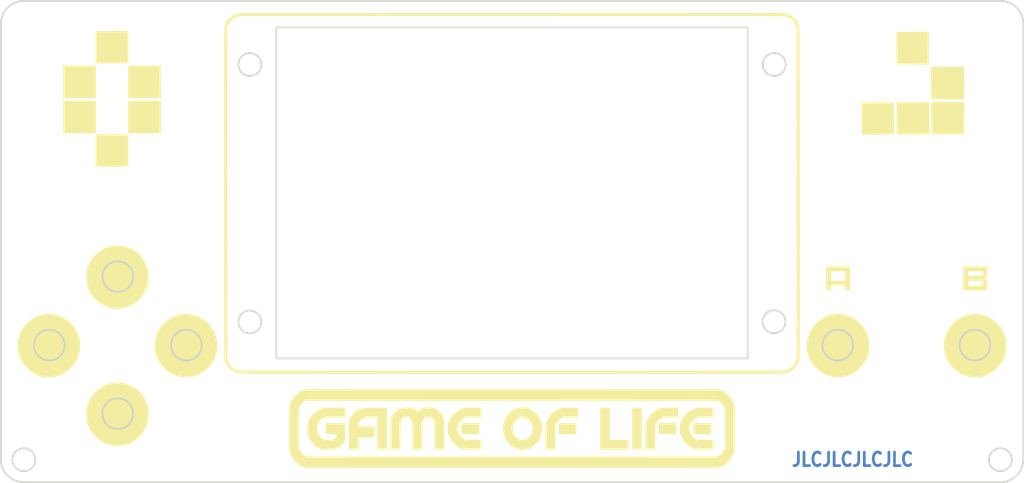
<source format=kicad_pcb>
(kicad_pcb (version 20241229) (generator "pcbnew") (generator_version "9.0")
  (layers (0 "F.Cu" signal) (2 "B.Cu" signal) (13 "F.Paste" user) (15 "B.Paste" user) (5 "F.SilkS" user "F.Silkscreen") (7 "B.SilkS" user "B.Silkscreen") (1 "F.Mask" user) (3 "B.Mask" user) (25 "Edge.Cuts" user))
  (net 0 "")
  (footprint "GOL - Front panel:front panel" (layer "F.Cu") (at 146.55 81.6)
    (property "Reference" "G***" (hide yes))
    (property "Value" "LOGO" (hide yes))
  )
  (gr_line (start 120.4327 57.9956) (end 172.6551 57.9956) (stroke (width 0.2)) (layer "Edge.Cuts"))
  (gr_arc (start 89.9146 57.5992) (mid 90.658549 55.803149) (end 92.4546 55.0592) (stroke (width 0.2)) (layer "Edge.Cuts"))
  (gr_arc (start 92.4546 108.3892) (mid 90.658549 107.645251) (end 89.9146 105.8492) (stroke (width 0.2)) (layer "Edge.Cuts"))
  (gr_circle (center 117.499 62.1104) (end 118.769 62.1104) (stroke (width 0.2)) (fill no) (layer "Edge.Cuts"))
  (gr_circle (center 175.6015 62.1104) (end 176.8715 62.1104) (stroke (width 0.2)) (fill no) (layer "Edge.Cuts"))
  (gr_line (start 120.4327 94.6732) (end 120.4327 57.9956) (stroke (width 0.2)) (layer "Edge.Cuts"))
  (gr_arc (start 203.1988 105.8492) (mid 202.454851 107.645251) (end 200.6588 108.3892) (stroke (width 0.2)) (layer "Edge.Cuts"))
  (gr_line (start 203.1988 105.8492) (end 203.1988 57.5992) (stroke (width 0.2)) (layer "Edge.Cuts"))
  (gr_line (start 200.6588 55.0592) (end 92.4546 55.0592) (stroke (width 0.2)) (layer "Edge.Cuts"))
  (gr_circle (center 197.8392 93.2) (end 199.5392 93.2) (stroke (width 0.2)) (fill no) (layer "Edge.Cuts"))
  (gr_circle (center 95.274 93.2) (end 96.974 93.2) (stroke (width 0.2)) (fill no) (layer "Edge.Cuts"))
  (gr_line (start 89.9146 57.5992) (end 89.9146 105.8492) (stroke (width 0.2)) (layer "Edge.Cuts"))
  (gr_circle (center 102.8686 85.6054) (end 104.5686 85.6054) (stroke (width 0.2)) (fill no) (layer "Edge.Cuts"))
  (gr_circle (center 200.6586 105.9) (end 201.9286 105.9) (stroke (width 0.2)) (fill no) (layer "Edge.Cuts"))
  (gr_circle (center 92.4546 105.9) (end 93.7246 105.9) (stroke (width 0.2)) (fill no) (layer "Edge.Cuts"))
  (gr_arc (start 200.6588 55.0592) (mid 202.454851 55.803149) (end 203.1988 57.5992) (stroke (width 0.2)) (layer "Edge.Cuts"))
  (gr_circle (center 175.5761 90.6092) (end 176.8461 90.6092) (stroke (width 0.2)) (fill no) (layer "Edge.Cuts"))
  (gr_line (start 172.6551 94.6732) (end 120.4327 94.6732) (stroke (width 0.2)) (layer "Edge.Cuts"))
  (gr_line (start 172.6551 57.9956) (end 172.6551 94.6732) (stroke (width 0.2)) (layer "Edge.Cuts"))
  (gr_circle (center 102.8686 100.7946) (end 104.5686 100.7946) (stroke (width 0.2)) (fill no) (layer "Edge.Cuts"))
  (gr_circle (center 110.4632 93.2) (end 112.1632 93.2) (stroke (width 0.2)) (fill no) (layer "Edge.Cuts"))
  (gr_circle (center 117.499 90.6346) (end 118.769 90.6346) (stroke (width 0.2)) (fill no) (layer "Edge.Cuts"))
  (gr_circle (center 182.65 93.2) (end 184.35 93.2) (stroke (width 0.2)) (fill no) (layer "Edge.Cuts"))
  (gr_line (start 92.4546 108.3892) (end 200.6588 108.3892) (stroke (width 0.2)) (layer "Edge.Cuts"))
  (gr_text "JLCJLCJLCJLC" (at 177.4 106.75 0) (layer "B.Cu") (effects (font (size 1.5 1.3) (thickness 0.3) (bold yes)) (justify left bottom)))
)
</source>
